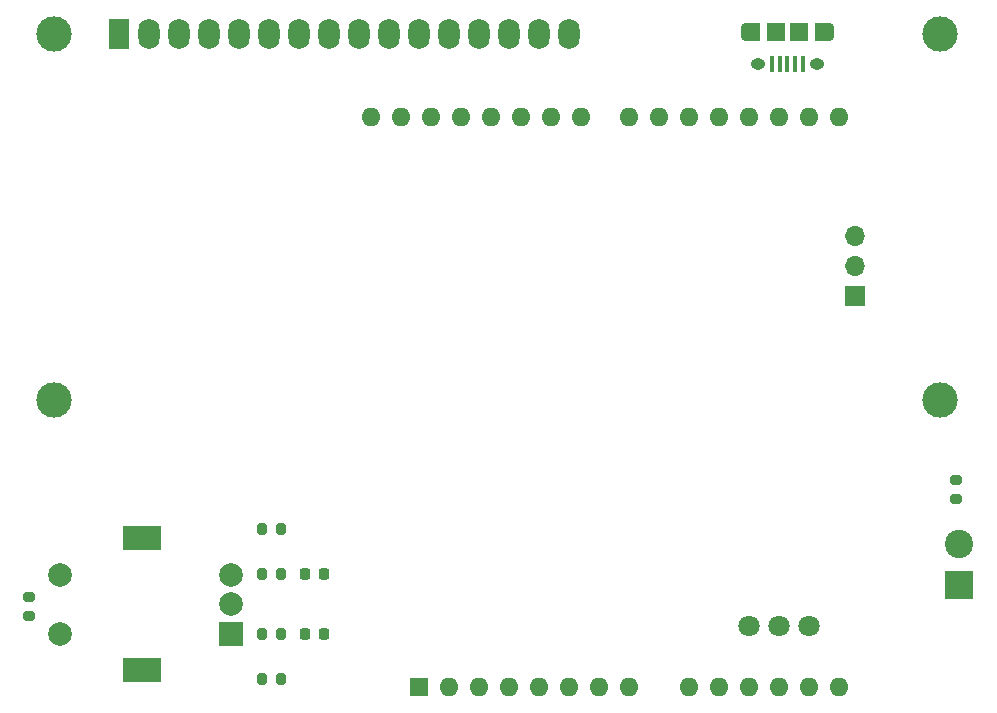
<source format=gbr>
%TF.GenerationSoftware,KiCad,Pcbnew,(7.0.0)*%
%TF.CreationDate,2023-02-28T15:15:22-06:00*%
%TF.ProjectId,Film_Dev_Robot,46696c6d-5f44-4657-965f-526f626f742e,rev?*%
%TF.SameCoordinates,Original*%
%TF.FileFunction,Soldermask,Top*%
%TF.FilePolarity,Negative*%
%FSLAX46Y46*%
G04 Gerber Fmt 4.6, Leading zero omitted, Abs format (unit mm)*
G04 Created by KiCad (PCBNEW (7.0.0)) date 2023-02-28 15:15:22*
%MOMM*%
%LPD*%
G01*
G04 APERTURE LIST*
G04 Aperture macros list*
%AMRoundRect*
0 Rectangle with rounded corners*
0 $1 Rounding radius*
0 $2 $3 $4 $5 $6 $7 $8 $9 X,Y pos of 4 corners*
0 Add a 4 corners polygon primitive as box body*
4,1,4,$2,$3,$4,$5,$6,$7,$8,$9,$2,$3,0*
0 Add four circle primitives for the rounded corners*
1,1,$1+$1,$2,$3*
1,1,$1+$1,$4,$5*
1,1,$1+$1,$6,$7*
1,1,$1+$1,$8,$9*
0 Add four rect primitives between the rounded corners*
20,1,$1+$1,$2,$3,$4,$5,0*
20,1,$1+$1,$4,$5,$6,$7,0*
20,1,$1+$1,$6,$7,$8,$9,0*
20,1,$1+$1,$8,$9,$2,$3,0*%
G04 Aperture macros list end*
%ADD10C,3.000000*%
%ADD11R,1.800000X2.600000*%
%ADD12O,1.800000X2.600000*%
%ADD13RoundRect,0.200000X-0.275000X0.200000X-0.275000X-0.200000X0.275000X-0.200000X0.275000X0.200000X0*%
%ADD14RoundRect,0.225000X-0.225000X-0.250000X0.225000X-0.250000X0.225000X0.250000X-0.225000X0.250000X0*%
%ADD15R,2.400000X2.400000*%
%ADD16C,2.400000*%
%ADD17RoundRect,0.200000X0.200000X0.275000X-0.200000X0.275000X-0.200000X-0.275000X0.200000X-0.275000X0*%
%ADD18RoundRect,0.200000X0.275000X-0.200000X0.275000X0.200000X-0.275000X0.200000X-0.275000X-0.200000X0*%
%ADD19C,1.800000*%
%ADD20R,0.400000X1.350000*%
%ADD21O,0.890000X1.550000*%
%ADD22R,1.200000X1.550000*%
%ADD23O,1.250000X0.950000*%
%ADD24R,1.500000X1.550000*%
%ADD25R,2.000000X2.000000*%
%ADD26C,2.000000*%
%ADD27R,3.200000X2.000000*%
%ADD28R,1.700000X1.700000*%
%ADD29O,1.700000X1.700000*%
%ADD30R,1.600000X1.600000*%
%ADD31O,1.600000X1.600000*%
G04 APERTURE END LIST*
D10*
%TO.C,DS1*%
X69430900Y-55880000D03*
X69430900Y-86880700D03*
X144429480Y-86880700D03*
X144430000Y-55880000D03*
D11*
X74929999Y-55879999D03*
D12*
X77469999Y-55879999D03*
X80009999Y-55879999D03*
X82549999Y-55879999D03*
X85089999Y-55879999D03*
X87629999Y-55879999D03*
X90169999Y-55879999D03*
X92709999Y-55879999D03*
X95249999Y-55879999D03*
X97789999Y-55879999D03*
X100329999Y-55879999D03*
X102869999Y-55879999D03*
X105409999Y-55879999D03*
X107949999Y-55879999D03*
X110489999Y-55879999D03*
X113029999Y-55879999D03*
%TD*%
D13*
%TO.C,R6*%
X145795000Y-93600000D03*
X145795000Y-95250000D03*
%TD*%
D14*
%TO.C,C2*%
X90665000Y-101600000D03*
X92215000Y-101600000D03*
%TD*%
D15*
%TO.C,TH1*%
X146049999Y-102559999D03*
D16*
X146050000Y-99060000D03*
%TD*%
D17*
%TO.C,R3*%
X88645000Y-110490000D03*
X86995000Y-110490000D03*
%TD*%
D14*
%TO.C,C1*%
X92215000Y-106680000D03*
X90665000Y-106680000D03*
%TD*%
D18*
%TO.C,R5*%
X67310000Y-105155000D03*
X67310000Y-103505000D03*
%TD*%
D19*
%TO.C,RV1*%
X133335000Y-105970000D03*
X130795000Y-105970000D03*
X128255000Y-105970000D03*
%TD*%
D20*
%TO.C,J1*%
X132784999Y-58419999D03*
X132134999Y-58419999D03*
X131484999Y-58419999D03*
X130834999Y-58419999D03*
X130184999Y-58419999D03*
D21*
X134984999Y-55719999D03*
D22*
X134384999Y-55719999D03*
D23*
X133984999Y-58419999D03*
D24*
X132484999Y-55719999D03*
X130484999Y-55719999D03*
D23*
X128984999Y-58419999D03*
D22*
X128584999Y-55719999D03*
D21*
X127984999Y-55719999D03*
%TD*%
D17*
%TO.C,R2*%
X88645000Y-101600000D03*
X86995000Y-101600000D03*
%TD*%
%TO.C,R4*%
X88645000Y-97790000D03*
X86995000Y-97790000D03*
%TD*%
%TO.C,R1*%
X88645000Y-106680000D03*
X86995000Y-106680000D03*
%TD*%
D25*
%TO.C,SW1*%
X84364999Y-106639999D03*
D26*
X84365000Y-101640000D03*
X84365000Y-104140000D03*
D27*
X76864999Y-109739999D03*
X76864999Y-98539999D03*
D26*
X69865000Y-101640000D03*
X69865000Y-106640000D03*
%TD*%
D28*
%TO.C,M1*%
X137229999Y-78089999D03*
D29*
X137229999Y-75549999D03*
X137229999Y-73009999D03*
%TD*%
D30*
%TO.C,A1*%
X100329999Y-111124999D03*
D31*
X102869999Y-111124999D03*
X105409999Y-111124999D03*
X107949999Y-111124999D03*
X110489999Y-111124999D03*
X113029999Y-111124999D03*
X115569999Y-111124999D03*
X118109999Y-111124999D03*
X123189999Y-111124999D03*
X125729999Y-111124999D03*
X128269999Y-111124999D03*
X130809999Y-111124999D03*
X133349999Y-111124999D03*
X135889999Y-111124999D03*
X135889999Y-62864999D03*
X133349999Y-62864999D03*
X130809999Y-62864999D03*
X128269999Y-62864999D03*
X125729999Y-62864999D03*
X123189999Y-62864999D03*
X120649999Y-62864999D03*
X118109999Y-62864999D03*
X114049999Y-62864999D03*
X111509999Y-62864999D03*
X108969999Y-62864999D03*
X106429999Y-62864999D03*
X103889999Y-62864999D03*
X101349999Y-62864999D03*
X98809999Y-62864999D03*
X96269999Y-62864999D03*
%TD*%
M02*

</source>
